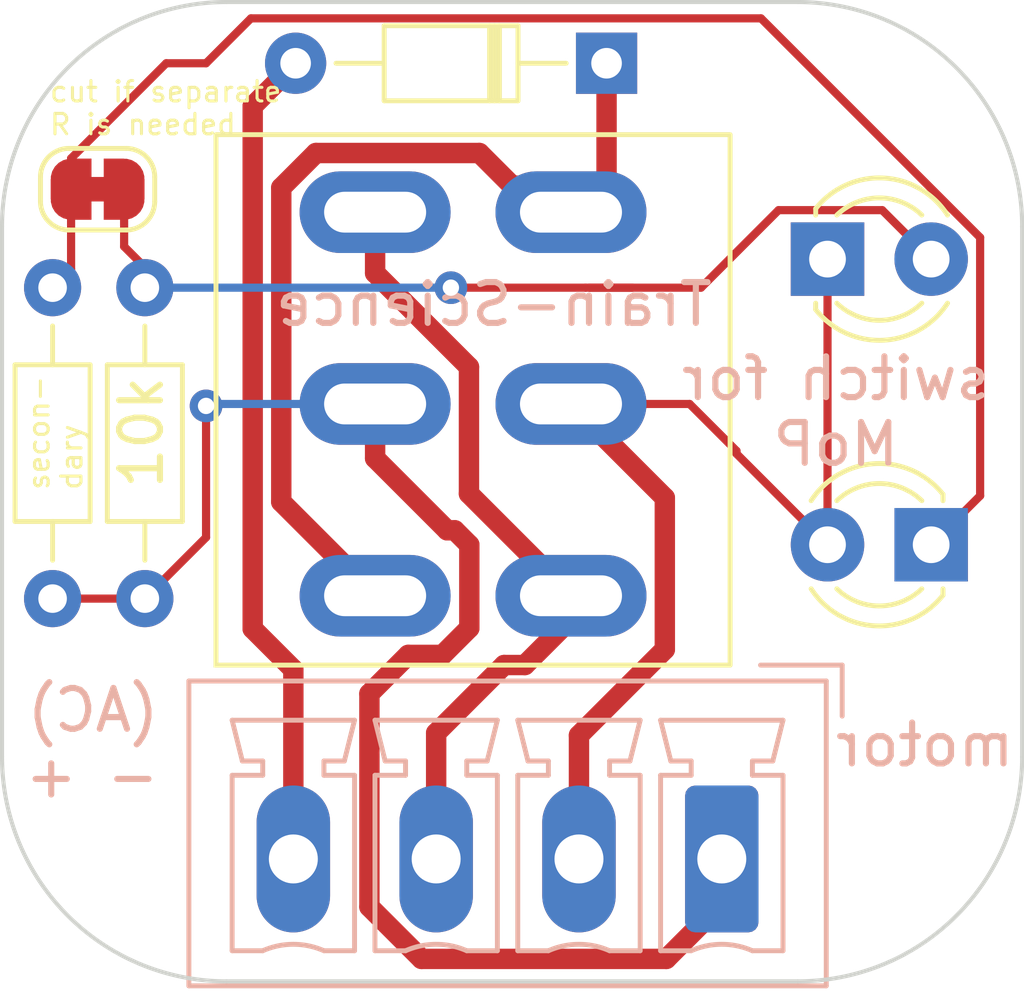
<source format=kicad_pcb>
(kicad_pcb (version 20240108) (generator "pcbnew") (generator_version "8.0")
  (layers (0 "F.Cu" signal) (31 "B.Cu" signal) (34 "B.Paste" user) (35 "F.Paste" user) (36 "B.SilkS" user "B.Silkscreen") (37 "F.SilkS" user "F.Silkscreen") (38 "B.Mask" user) (39 "F.Mask" user) (44 "Edge.Cuts" user))
  (net 0 "")
  (net 1 "Net-(D1-A)")
  (net 2 "Net-(J1-Pin_1)")
  (net 3 "/posIn")
  (net 4 "Net-(D_NEG2-A)")
  (net 5 "Net-(D_NEG2-K)")
  (net 6 "Net-(D_POS3-A)")
  (net 7 "/negIn")
  (footprint "LED_THT:LED_D3.0mm" (layer "F.Cu") (at 162.23 69.3)
    (property "Reference" "D_POS3" (hide yes))
    (property "Value" "D")
    (fp_line (start -0.29 -1.236) (end -0.29 -1.08) (stroke (width 0.12)) (layer "F.SilkS"))
    (fp_line (start -0.29 1.08) (end -0.29 1.236) (stroke (width 0.12)) (layer "F.SilkS"))
    (fp_arc (start -0.29 -1.235516) (mid 1.365624 -1.987701) (end 2.941397 -1.080061) (stroke (width 0.12)) (layer "F.SilkS"))
    (fp_arc (start 0.229039 -1.08) (mid 1.269965 -1.5) (end 2.31091 -1.080049) (stroke (width 0.12)) (layer "F.SilkS"))
    (fp_arc (start 2.31091 1.080049) (mid 1.269965 1.5) (end 0.229039 1.08) (stroke (width 0.12)) (layer "F.SilkS"))
    (fp_arc (start 2.941397 1.080061) (mid 1.365624 1.987701) (end -0.29 1.235516) (stroke (width 0.12)) (layer "F.SilkS"))
    (pad "1" thru_hole rect (at 0 0) (size 1.8 1.8) (drill 0.9) (layers "*.Cu" "*.Mask") (net 4 "Net-(D_NEG2-A)"))
    (pad "2" thru_hole circle (at 2.54 0) (size 1.8 1.8) (drill 0.9) (layers "*.Cu" "*.Mask") (net 6 "Net-(D_POS3-A)"))
  )
  (footprint "Resistor_THT:R_Axial_DIN0204_L3.6mm_D1.6mm_P7.62mm_Horizontal" (layer "F.Cu") (at 143.239 77.62 90)
    (property "Reference" "R1" (hide yes))
    (property "Value" "10k")
    (fp_line (start 5.73 -0.92) (end 1.89 -0.92) (stroke (width 0.12)) (layer "F.SilkS"))
    (fp_line (start 1.89 -0.92) (end 1.89 0.92) (stroke (width 0.12)) (layer "F.SilkS"))
    (fp_line (start 6.68 0) (end 5.73 0) (stroke (width 0.12)) (layer "F.SilkS"))
    (fp_line (start 0.94 0) (end 1.89 0) (stroke (width 0.12)) (layer "F.SilkS"))
    (fp_line (start 5.73 0.92) (end 5.73 -0.92) (stroke (width 0.12)) (layer "F.SilkS"))
    (fp_line (start 1.89 0.92) (end 5.73 0.92) (stroke (width 0.12)) (layer "F.SilkS"))
    (pad "1" thru_hole circle (at 0 0 90) (size 1.4 1.4) (drill 0.7) (layers "*.Cu" "*.Mask") (net 2 "Net-(J1-Pin_1)"))
    (pad "2" thru_hole oval (at 7.62 0 90) (size 1.4 1.4) (drill 0.7) (layers "*.Cu" "*.Mask") (net 5 "Net-(D_NEG2-K)"))
  )
  (footprint "Diode_THT:D_DO-34_SOD68_P7.62mm_Horizontal" (layer "F.Cu") (at 156.815 64.5 180)
    (property "Reference" "D1" (hide yes))
    (property "Value" "D")
    (fp_line (start 6.63 0) (end 5.45 0) (stroke (width 0.12)) (layer "F.SilkS"))
    (fp_line (start 5.45 0.92) (end 5.45 -0.92) (stroke (width 0.12)) (layer "F.SilkS"))
    (fp_line (start 5.45 -0.92) (end 2.17 -0.92) (stroke (width 0.12)) (layer "F.SilkS"))
    (fp_line (start 2.866 -0.92) (end 2.866 0.92) (stroke (width 0.12)) (layer "F.SilkS"))
    (fp_line (start 2.746 -0.92) (end 2.746 0.92) (stroke (width 0.12)) (layer "F.SilkS"))
    (fp_line (start 2.626 -0.92) (end 2.626 0.92) (stroke (width 0.12)) (layer "F.SilkS"))
    (fp_line (start 2.17 0.92) (end 5.45 0.92) (stroke (width 0.12)) (layer "F.SilkS"))
    (fp_line (start 2.17 -0.92) (end 2.17 0.92) (stroke (width 0.12)) (layer "F.SilkS"))
    (fp_line (start 0.99 0) (end 2.17 0) (stroke (width 0.12)) (layer "F.SilkS"))
    (pad "1" thru_hole rect (at 0 0 180) (size 1.5 1.5) (drill 0.75) (layers "*.Cu" "*.Mask") (net 3 "/posIn"))
    (pad "2" thru_hole oval (at 7.62 0 180) (size 1.5 1.5) (drill 0.75) (layers "*.Cu" "*.Mask") (net 1 "Net-(D1-A)"))
  )
  (footprint "custom_kicad_lib_sk:MTS_DPDT" (layer "F.Cu") (at 154.143 68.85 90)
    (property "Reference" "SW1" (hide yes))
    (property "Value" "SW_Push_DPDT")
    (fp_rect (start -10.4 -6.9) (end 2.6 5.7) (stroke (width 0.12)) (fill none) (layer "F.SilkS"))
    (pad "1" thru_hole oval (at -8.7 -3 90) (size 2 3.7) (drill oval 1 2.5) (layers "*.Cu" "*.Mask") (net 3 "/posIn"))
    (pad "2" thru_hole oval (at -4 -3 90) (size 2 3.7) (drill oval 1 2.5) (layers "*.Cu" "*.Mask") (net 2 "Net-(J1-Pin_1)"))
    (pad "3" thru_hole oval (at 0.7 -3 90) (size 2 3.7) (drill oval 1 2.5) (layers "*.Cu" "*.Mask") (net 7 "/negIn"))
    (pad "4" thru_hole oval (at -8.7 1.8 90) (size 2 3.7) (drill oval 1 2.5) (layers "*.Cu" "*.Mask") (net 7 "/negIn"))
    (pad "5" thru_hole oval (at -4 1.8 90) (size 2 3.7) (drill oval 1 2.5) (layers "*.Cu" "*.Mask") (net 4 "Net-(D_NEG2-A)"))
    (pad "6" thru_hole oval (at 0.7 1.8 90) (size 2 3.7) (drill oval 1 2.5) (layers "*.Cu" "*.Mask") (net 3 "/posIn"))
  )
  (footprint "LED_THT:LED_D3.0mm" (layer "F.Cu") (at 164.77 76.3 180)
    (property "Reference" "D_NEG2" (hide yes))
    (property "Value" "LED")
    (fp_line (start -0.29 1.08) (end -0.29 1.236) (stroke (width 0.12)) (layer "F.SilkS"))
    (fp_line (start -0.29 -1.236) (end -0.29 -1.08) (stroke (width 0.12)) (layer "F.SilkS"))
    (fp_arc (start 2.941397 1.080061) (mid 1.365624 1.987701) (end -0.29 1.235516) (stroke (width 0.12)) (layer "F.SilkS"))
    (fp_arc (start 2.31091 1.080049) (mid 1.269965 1.5) (end 0.229039 1.08) (stroke (width 0.12)) (layer "F.SilkS"))
    (fp_arc (start 0.229039 -1.08) (mid 1.269965 -1.5) (end 2.31091 -1.080049) (stroke (width 0.12)) (layer "F.SilkS"))
    (fp_arc (start -0.29 -1.235516) (mid 1.365624 -1.987701) (end 2.941397 -1.080061) (stroke (width 0.12)) (layer "F.SilkS"))
    (pad "1" thru_hole rect (at 0 0 180) (size 1.8 1.8) (drill 0.9) (layers "*.Cu" "*.Mask") (net 5 "Net-(D_NEG2-K)"))
    (pad "2" thru_hole circle (at 2.54 0 180) (size 1.8 1.8) (drill 0.9) (layers "*.Cu" "*.Mask") (net 4 "Net-(D_NEG2-A)"))
  )
  (footprint "Jumper:SolderJumper-2_P1.3mm_Bridged_RoundedPad1.0x1.5mm" (layer "F.Cu") (at 144.342 67.587)
    (property "Reference" "JP1" (hide yes))
    (property "Value" "SolderJumper_2_Bridged")
    (fp_poly (pts (xy 0.25 -0.3) (xy -0.25 -0.3) (xy -0.25 0.3) (xy 0.25 0.3)) (fill solid) (layer "F.Cu"))
    (fp_line (start -1.4 0.3) (end -1.4 -0.3) (stroke (width 0.12)) (layer "F.SilkS"))
    (fp_line (start -0.7 -1) (end 0.7 -1) (stroke (width 0.12)) (layer "F.SilkS"))
    (fp_line (start 0.7 1) (end -0.7 1) (stroke (width 0.12)) (layer "F.SilkS"))
    (fp_line (start 1.4 -0.3) (end 1.4 0.3) (stroke (width 0.12)) (layer "F.SilkS"))
    (fp_arc (start -1.4 -0.3) (mid -1.194975 -0.794975) (end -0.7 -1) (stroke (width 0.12)) (layer "F.SilkS"))
    (fp_arc (start -0.7 1) (mid -1.194975 0.794975) (end -1.4 0.3) (stroke (width 0.12)) (layer "F.SilkS"))
    (fp_arc (start 0.7 -1) (mid 1.194975 -0.794975) (end 1.4 -0.3) (stroke (width 0.12)) (layer "F.SilkS"))
    (fp_arc (start 1.4 0.3) (mid 1.194975 0.794975) (end 0.7 1) (stroke (width 0.12)) (layer "F.SilkS"))
    (pad "1" smd custom (at -0.65 0) (size 1 0.5) (layers "F.Cu" "F.Mask") (net 5 "Net-(D_NEG2-K)") (options (clearance outline) (anchor rect)) (primitives (gr_circle (center 0 0.25) (end 0.5 0.25) (width 0) (fill yes)) (gr_circle (center 0 -0.25) (end 0.5 -0.25) (width 0) (fill yes)) (gr_poly (pts (xy 0.5 0.75) (xy 0 0.75) (xy 0 -0.75) (xy 0.5 -0.75)) (width 0) (fill yes))))
    (pad "2" smd custom (at 0.65 0) (size 1 0.5) (layers "F.Cu" "F.Mask") (net 6 "Net-(D_POS3-A)") (options (clearance outline) (anchor rect)) (primitives (gr_circle (center 0 0.25) (end 0.5 0.25) (width 0) (fill yes)) (gr_circle (center 0 -0.25) (end 0.5 -0.25) (width 0) (fill yes)) (gr_poly (pts (xy 0 0.75) (xy -0.5 0.75) (xy -0.5 -0.75) (xy 0 -0.75)) (width 0) (fill yes))))
  )
  (footprint "Resistor_THT:R_Axial_DIN0204_L3.6mm_D1.6mm_P7.62mm_Horizontal" (layer "F.Cu") (at 145.5 70 -90)
    (property "Reference" "R2" (hide yes))
    (property "Value" "10k")
    (fp_line (start 1.89 0.92) (end 5.73 0.92) (stroke (width 0.12)) (layer "F.SilkS"))
    (fp_line (start 5.73 0.92) (end 5.73 -0.92) (stroke (width 0.12)) (layer "F.SilkS"))
    (fp_line (start 0.94 0) (end 1.89 0) (stroke (width 0.12)) (layer "F.SilkS"))
    (fp_line (start 6.68 0) (end 5.73 0) (stroke (width 0.12)) (layer "F.SilkS"))
    (fp_line (start 1.89 -0.92) (end 1.89 0.92) (stroke (width 0.12)) (layer "F.SilkS"))
    (fp_line (start 5.73 -0.92) (end 1.89 -0.92) (stroke (width 0.12)) (layer "F.SilkS"))
    (pad "1" thru_hole circle (at 0 0 270) (size 1.4 1.4) (drill 0.7) (layers "*.Cu" "*.Mask") (net 6 "Net-(D_POS3-A)"))
    (pad "2" thru_hole oval (at 7.62 0 270) (size 1.4 1.4) (drill 0.7) (layers "*.Cu" "*.Mask") (net 2 "Net-(J1-Pin_1)"))
  )
  (footprint "Connector_Phoenix_MC:PhoenixContact_MCV_1,5_4-G-3.5_1x04_P3.50mm_Vertical" (layer "B.Cu") (at 159.639 84 180)
    (property "Reference" "J1" (hide yes))
    (property "Value" "Screw_Terminal_01x04")
    (fp_line (start 13.06 4.36) (end 13.06 -3.11) (stroke (width 0.12)) (layer "B.SilkS"))
    (fp_line (start 13.06 -3.11) (end -2.56 -3.11) (stroke (width 0.12)) (layer "B.SilkS"))
    (fp_line (start 12 3.4) (end 9 3.4) (stroke (width 0.12)) (layer "B.SilkS"))
    (fp_line (start 12 2.05) (end 11.25 2.05) (stroke (width 0.12)) (layer "B.SilkS"))
    (fp_line (start 12 -2.25) (end 12 2.05) (stroke (width 0.12)) (layer "B.SilkS"))
    (fp_line (start 11.75 2.4) (end 12 3.4) (stroke (width 0.12)) (layer "B.SilkS"))
    (fp_line (start 11.25 2.4) (end 11.75 2.4) (stroke (width 0.12)) (layer "B.SilkS"))
    (fp_line (start 11.25 2.05) (end 11.25 2.4) (stroke (width 0.12)) (layer "B.SilkS"))
    (fp_line (start 11.25 -2.25) (end 12 -2.25) (stroke (width 0.12)) (layer "B.SilkS"))
    (fp_line (start 9.75 2.4) (end 9.75 2.05) (stroke (width 0.12)) (layer "B.SilkS"))
    (fp_line (start 9.75 2.05) (end 9 2.05) (stroke (width 0.12)) (layer "B.SilkS"))
    (fp_line (start 9.25 2.4) (end 9.75 2.4) (stroke (width 0.12)) (layer "B.SilkS"))
    (fp_line (start 9 3.4) (end 9.25 2.4) (stroke (width 0.12)) (layer "B.SilkS"))
    (fp_line (start 9 2.05) (end 9 -2.25) (stroke (width 0.12)) (layer "B.SilkS"))
    (fp_line (start 9 -2.25) (end 9.75 -2.25) (stroke (width 0.12)) (layer "B.SilkS"))
    (fp_line (start 8.5 3.4) (end 5.5 3.4) (stroke (width 0.12)) (layer "B.SilkS"))
    (fp_line (start 8.5 2.05) (end 7.75 2.05) (stroke (width 0.12)) (layer "B.SilkS"))
    (fp_line (start 8.5 -2.25) (end 8.5 2.05) (stroke (width 0.12)) (layer "B.SilkS"))
    (fp_line (start 8.25 2.4) (end 8.5 3.4) (stroke (width 0.12)) (layer "B.SilkS"))
    (fp_line (start 7.75 2.4) (end 8.25 2.4) (stroke (width 0.12)) (layer "B.SilkS"))
    (fp_line (start 7.75 2.05) (end 7.75 2.4) (stroke (width 0.12)) (layer "B.SilkS"))
    (fp_line (start 7.75 -2.25) (end 8.5 -2.25) (stroke (width 0.12)) (layer "B.SilkS"))
    (fp_line (start 6.25 2.4) (end 6.25 2.05) (stroke (width 0.12)) (layer "B.SilkS"))
    (fp_line (start 6.25 2.05) (end 5.5 2.05) (stroke (width 0.12)) (layer "B.SilkS"))
    (fp_line (start 5.75 2.4) (end 6.25 2.4) (stroke (width 0.12)) (layer "B.SilkS"))
    (fp_line (start 5.5 3.4) (end 5.75 2.4) (stroke (width 0.12)) (layer "B.SilkS"))
    (fp_line (start 5.5 2.05) (end 5.5 -2.25) (stroke (width 0.12)) (layer "B.SilkS"))
    (fp_line (start 5.5 -2.25) (end 6.25 -2.25) (stroke (width 0.12)) (layer "B.SilkS"))
    (fp_line (start 5 3.4) (end 2 3.4) (stroke (width 0.12)) (layer "B.SilkS"))
    (fp_line (start 5 2.05) (end 4.25 2.05) (stroke (width 0.12)) (layer "B.SilkS"))
    (fp_line (start 5 -2.25) (end 5 2.05) (stroke (width 0.12)) (layer "B.SilkS"))
    (fp_line (start 4.75 2.4) (end 5 3.4) (stroke (width 0.12)) (layer "B.SilkS"))
    (fp_line (start 4.25 2.4) (end 4.75 2.4) (stroke (width 0.12)) (layer "B.SilkS"))
    (fp_line (start 4.25 2.05) (end 4.25 2.4) (stroke (width 0.12)) (layer "B.SilkS"))
    (fp_line (start 4.25 -2.25) (end 5 -2.25) (stroke (width 0.12)) (layer "B.SilkS"))
    (fp_line (start 2.75 2.4) (end 2.75 2.05) (stroke (width 0.12)) (layer "B.SilkS"))
    (fp_line (start 2.75 2.05) (end 2 2.05) (stroke (width 0.12)) (layer "B.SilkS"))
    (fp_line (start 2.25 2.4) (end 2.75 2.4) (stroke (width 0.12)) (layer "B.SilkS"))
    (fp_line (start 2 3.4) (end 2.25 2.4) (stroke (width 0.12)) (layer "B.SilkS"))
    (fp_line (start 2 2.05) (end 2 -2.25) (stroke (width 0.12)) (layer "B.SilkS"))
    (fp_line (start 2 -2.25) (end 2.75 -2.25) (stroke (width 0.12)) (layer "B.SilkS"))
    (fp_line (start 1.5 3.4) (end -1.5 3.4) (stroke (width 0.12)) (layer "B.SilkS"))
    (fp_line (start 1.5 2.05) (end 0.75 2.05) (stroke (width 0.12)) (layer "B.SilkS"))
    (fp_line (start 1.5 -2.25) (end 1.5 2.05) (stroke (width 0.12)) (layer "B.SilkS"))
    (fp_line (start 1.25 2.4) (end 1.5 3.4) (stroke (width 0.12)) (layer "B.SilkS"))
    (fp_line (start 0.75 2.4) (end 1.25 2.4) (stroke (width 0.12)) (layer "B.SilkS"))
    (fp_line (start 0.75 2.05) (end 0.75 2.4) (stroke (width 0.12)) (layer "B.SilkS"))
    (fp_line (start 0.75 -2.25) (end 1.5 -2.25) (stroke (width 0.12)) (layer "B.SilkS"))
    (fp_line (start -0.75 2.4) (end -0.75 2.05) (stroke (width 0.12)) (layer "B.SilkS"))
    (fp_line (start -0.75 2.05) (end -1.5 2.05) (stroke (width 0.12)) (layer "B.SilkS"))
    (fp_line (start -0.95 4.75) (end -2.95 4.75) (stroke (width 0.12)) (layer "B.SilkS"))
    (fp_line (start -1.25 2.4) (end -0.75 2.4) (stroke (width 0.12)) (layer "B.SilkS"))
    (fp_line (start -1.5 3.4) (end -1.25 2.4) (stroke (width 0.12)) (layer "B.SilkS"))
    (fp_line (start -1.5 2.05) (end -1.5 -2.25) (stroke (width 0.12)) (layer "B.SilkS"))
    (fp_line (start -1.5 -2.25) (end -0.75 -2.25) (stroke (width 0.12)) (layer "B.SilkS"))
    (fp_line (start -2.56 4.36) (end 13.06 4.36) (stroke (width 0.12)) (layer "B.SilkS"))
    (fp_line (start -2.56 -3.11) (end -2.56 4.36) (stroke (width 0.12)) (layer "B.SilkS"))
    (fp_line (start -2.95 4.75) (end -2.95 3.5) (stroke (width 0.12)) (layer "B.SilkS"))
    (fp_arc (start 11.249647 -2.249844) (mid 10.499807 -2.091909) (end 9.75 -2.25) (stroke (width 0.12)) (layer "B.SilkS"))
    (fp_arc (start 7.749647 -2.249844) (mid 6.999807 -2.091909) (end 6.25 -2.25) (stroke (width 0.12)) (layer "B.SilkS"))
    (fp_arc (start 4.249647 -2.249844) (mid 3.499807 -2.091909) (end 2.75 -2.25) (stroke (width 0.12)) (layer "B.SilkS"))
    (fp_arc (start 0.749647 -2.249844) (mid -0.000193 -2.091909) (end -0.75 -2.25) (stroke (width 0.12)) (layer "B.SilkS"))
    (pad "1" thru_hole roundrect (at 0 0 180) (size 1.8 3.6) (drill 1.2) (layers "*.Cu" "*.Mask") (roundrect_rratio 0.138889) (net 2 "Net-(J1-Pin_1)"))
    (pad "2" thru_hole oval (at 3.5 0 180) (size 1.8 3.6) (drill 1.2) (layers "*.Cu" "*.Mask") (net 4 "Net-(D_NEG2-A)"))
    (pad "3" thru_hole oval (at 7 0 180) (size 1.8 3.6) (drill 1.2) (layers "*.Cu" "*.Mask") (net 7 "/negIn"))
    (pad "4" thru_hole oval (at 10.5 0 180) (size 1.8 3.6) (drill 1.2) (layers "*.Cu" "*.Mask") (net 1 "Net-(D1-A)"))
  )
  (gr_arc (start 167 81.5) (mid 165.389087 85.389087) (end 161.5 87) (stroke (width 0.1)) (layer "Edge.Cuts"))
  (gr_line (start 161.5 87) (end 147.5 87) (stroke (width 0.1)) (layer "Edge.Cuts"))
  (gr_arc (start 142 68.5) (mid 143.610913 64.610913) (end 147.5 63) (stroke (width 0.1)) (layer "Edge.Cuts"))
  (gr_line (start 161.5 63) (end 147.5 63) (stroke (width 0.1)) (layer "Edge.Cuts"))
  (gr_line (start 167 68.5) (end 167 81.5) (stroke (width 0.1)) (layer "Edge.Cuts"))
  (gr_arc (start 161.5 63) (mid 165.389087 64.610913) (end 167 68.5) (stroke (width 0.1)) (layer "Edge.Cuts"))
  (gr_arc (start 147.5 87) (mid 143.610913 85.389087) (end 142 81.5) (stroke (width 0.1)) (layer "Edge.Cuts"))
  (gr_line (start 142 81.5) (end 142 68.5) (stroke (width 0.1)) (layer "Edge.Cuts"))
  (gr_text "Train-Science" (at 154.051 70.993 0) (layer "B.SilkS") (effects (font (size 1 1)) (justify bottom mirror)))
  (gr_text "switch for\nMoP" (at 162.433 74.422 -0) (layer "B.SilkS") (effects (font (size 1 1)) (justify bottom mirror)))
  (gr_text "(AC)\n- +\n" (at 145.923 82.55 0) (layer "B.SilkS") (effects (font (size 1 1)) (justify left bottom mirror)))
  (gr_text "motor	" (at 166.878 81.788 -0) (layer "B.SilkS") (effects (font (size 1 1)) (justify left bottom mirror)))
  (gr_text "cut if separate\nR is needed" (at 143.129 66.294 0) (layer "F.SilkS") (effects (font (size 0.5 0.5) (thickness 0.075)) (justify left bottom)))
  (gr_text "secon-\ndary" (at 144 75 90) (layer "F.SilkS") (effects (font (size 0.5 0.5) (thickness 0.075)) (justify left bottom)))
  (gr_text "10k" (at 146 75 90) (layer "F.SilkS") (effects (font (size 1 1)) (justify left bottom)))
  (segment (start 148.143 65.552) (end 149.195 64.5) (width 0.5) (layer "F.Cu") (net 1))
  (segment (start 149.139 79.355) (end 148.143 78.359) (width 0.5) (layer "F.Cu") (net 1))
  (segment (start 148.143 78.359) (end 148.143 65.552) (width 0.5) (layer "F.Cu") (net 1))
  (segment (start 149.139 84) (end 149.139 79.355) (width 0.5) (layer "F.Cu") (net 1))
  (segment (start 147 72.898) (end 147 76.12) (width 0.2) (layer "F.Cu") (net 2))
  (segment (start 158.279 86.45) (end 159.639 85.09) (width 0.5) (layer "F.Cu") (net 2))
  (segment (start 153.09505 75.946) (end 153.451525 76.302475) (width 0.5) (layer "F.Cu") (net 2))
  (segment (start 151.143 72.85) (end 151.143 74.181) (width 0.5) (layer "F.Cu") (net 2))
  (segment (start 152.79361 79) (end 151.953312 79) (width 0.5) (layer "F.Cu") (net 2))
  (segment (start 151.003 79.950312) (end 151.003 85.173188) (width 0.5) (layer "F.Cu") (net 2))
  (segment (start 153.451525 76.302475) (end 153.451525 78.342085) (width 0.5) (layer "F.Cu") (net 2))
  (segment (start 153.451525 78.342085) (end 152.79361 79) (width 0.5) (layer "F.Cu") (net 2))
  (segment (start 152.279812 86.45) (end 158.279 86.45) (width 0.5) (layer "F.Cu") (net 2))
  (segment (start 151.003 85.173188) (end 152.279812 86.45) (width 0.5) (layer "F.Cu") (net 2))
  (segment (start 147 76.12) (end 145.5 77.62) (width 0.2) (layer "F.Cu") (net 2))
  (segment (start 151.143 74.181) (end 152.908 75.946) (width 0.5) (layer "F.Cu") (net 2))
  (segment (start 151.953312 79) (end 151.003 79.950312) (width 0.5) (layer "F.Cu") (net 2))
  (segment (start 145.5 77.62) (end 143.239 77.62) (width 0.2) (layer "F.Cu") (net 2))
  (segment (start 159.639 85.09) (end 159.639 84) (width 0.5) (layer "F.Cu") (net 2))
  (segment (start 152.908 75.946) (end 153.09505 75.946) (width 0.5) (layer "F.Cu") (net 2))
  (via (at 147 72.898) (size 0.8) (drill 0.4) (layers "F.Cu" "B.Cu") (net 2))
  (segment (start 147 72.898) (end 147.048 72.85) (width 0.2) (layer "B.Cu") (net 2))
  (segment (start 147.048 72.85) (end 151.143 72.85) (width 0.2) (layer "B.Cu") (net 2))
  (segment (start 156.815 64.5) (end 156.815 67.278) (width 0.5) (layer "F.Cu") (net 3))
  (segment (start 153.7 66.7) (end 154.5 67.5) (width 0.5) (layer "F.Cu") (net 3))
  (segment (start 149.69239 66.7) (end 153.7 66.7) (width 0.5) (layer "F.Cu") (net 3))
  (segment (start 148.843 75.25) (end 148.843 67.54939) (width 0.5) (layer "F.Cu") (net 3))
  (segment (start 151.143 77.55) (end 148.843 75.25) (width 0.5) (layer "F.Cu") (net 3))
  (segment (start 154.5 67.5) (end 155.293 67.5) (width 0.5) (layer "F.Cu") (net 3))
  (segment (start 156.815 67.278) (end 155.943 68.15) (width 0.5) (layer "F.Cu") (net 3))
  (segment (start 155.293 67.5) (end 155.943 68.15) (width 0.5) (layer "F.Cu") (net 3))
  (segment (start 148.843 67.54939) (end 149.69239 66.7) (width 0.5) (layer "F.Cu") (net 3))
  (segment (start 160 74) (end 158.85 72.85) (width 0.2) (layer "F.Cu") (net 4))
  (segment (start 162.23 69.3) (end 162.23 76.3) (width 0.2) (layer "F.Cu") (net 4))
  (segment (start 160 74.07) (end 160 74) (width 0.2) (layer "F.Cu") (net 4))
  (segment (start 162.23 76.3) (end 160 74.07) (width 0.2) (layer "F.Cu") (net 4))
  (segment (start 158.243 78.866) (end 158.243 75.15) (width 0.5) (layer "F.Cu") (net 4))
  (segment (start 158.243 75.15) (end 155.943 72.85) (width 0.5) (layer "F.Cu") (net 4))
  (segment (start 158.85 72.85) (end 155.943 72.85) (width 0.2) (layer "F.Cu") (net 4))
  (segment (start 156.139 84) (end 156.139 80.97) (width 0.5) (layer "F.Cu") (net 4))
  (segment (start 156.139 80.97) (end 158.243 78.866) (width 0.5) (layer "F.Cu") (net 4))
  (segment (start 147 64.5) (end 146.024 64.5) (width 0.2) (layer "F.Cu") (net 5))
  (segment (start 143.692 66.832) (end 143.692 67.587) (width 0.2) (layer "F.Cu") (net 5))
  (segment (start 160.6 63.4) (end 148.1 63.4) (width 0.2) (layer "F.Cu") (net 5))
  (segment (start 143.692 67.587) (end 143.692 69.547) (width 0.2) (layer "F.Cu") (net 5))
  (segment (start 164.77 76.3) (end 165.97 75.1) (width 0.2) (layer "F.Cu") (net 5))
  (segment (start 165.97 68.77) (end 160.6 63.4) (width 0.2) (layer "F.Cu") (net 5))
  (segment (start 165.97 75.1) (end 165.97 68.77) (width 0.2) (layer "F.Cu") (net 5))
  (segment (start 143.692 69.547) (end 143.239 70) (width 0.2) (layer "F.Cu") (net 5))
  (segment (start 148.1 63.4) (end 147 64.5) (width 0.2) (layer "F.Cu") (net 5))
  (segment (start 146.024 64.5) (end 143.692 66.832) (width 0.2) (layer "F.Cu") (net 5))
  (segment (start 161.03 68.1) (end 163.57 68.1) (width 0.2) (layer "F.Cu") (net 6))
  (segment (start 156.4 70) (end 159.13 70) (width 0.2) (layer "F.Cu") (net 6))
  (segment (start 159.13 70) (end 161.03 68.1) (width 0.2) (layer "F.Cu") (net 6))
  (segment (start 156.4 70) (end 156.3 70) (width 0.2) (layer "F.Cu") (net 6))
  (segment (start 145.5 70) (end 145.5 69.5) (width 0.2) (layer "F.Cu") (net 6))
  (segment (start 144.992 68.992) (end 144.992 67.587) (width 0.2) (layer "F.Cu") (net 6))
  (segment (start 145.5 69.5) (end 144.992 68.992) (width 0.2) (layer "F.Cu") (net 6))
  (segment (start 157.45 70) (end 156.4 70) (width 0.2) (layer "F.Cu") (net 6))
  (segment (start 153 70) (end 156.3 70) (width 0.2) (layer "F.Cu") (net 6))
  (segment (start 163.57 68.1) (end 164.77 69.3) (width 0.2) (layer "F.Cu") (net 6))
  (via (at 153 70) (size 0.8) (drill 0.4) (layers "F.Cu" "B.Cu") (net 6))
  (segment (start 145.5 70) (end 153 70) (width 0.2) (layer "B.Cu") (net 6))
  (segment (start 155.943 78.118) (end 155.943 77.55) (width 0.5) (layer "F.Cu") (net 7))
  (segment (start 151.143 68.15) (end 151.143 69.643) (width 0.5) (layer "F.Cu") (net 7))
  (segment (start 153.443 71.943) (end 153.443 75.05) (width 0.5) (layer "F.Cu") (net 7))
  (segment (start 153.443 75.05) (end 155.943 77.55) (width 0.5) (layer "F.Cu") (net 7))
  (segment (start 154.305 79.248) (end 154.813 79.248) (width 0.5) (layer "F.Cu") (net 7))
  (segment (start 151.143 69.643) (end 153.443 71.943) (width 0.5) (layer "F.Cu") (net 7))
  (segment (start 154.813 79.248) (end 155.943 78.118) (width 0.5) (layer "F.Cu") (net 7))
  (segment (start 152.639 80.914) (end 154.305 79.248) (width 0.5) (layer "F.Cu") (net 7))
  (segment (start 152.639 84) (end 152.639 80.914) (width 0.5) (layer "F.Cu") (net 7))
)
</source>
